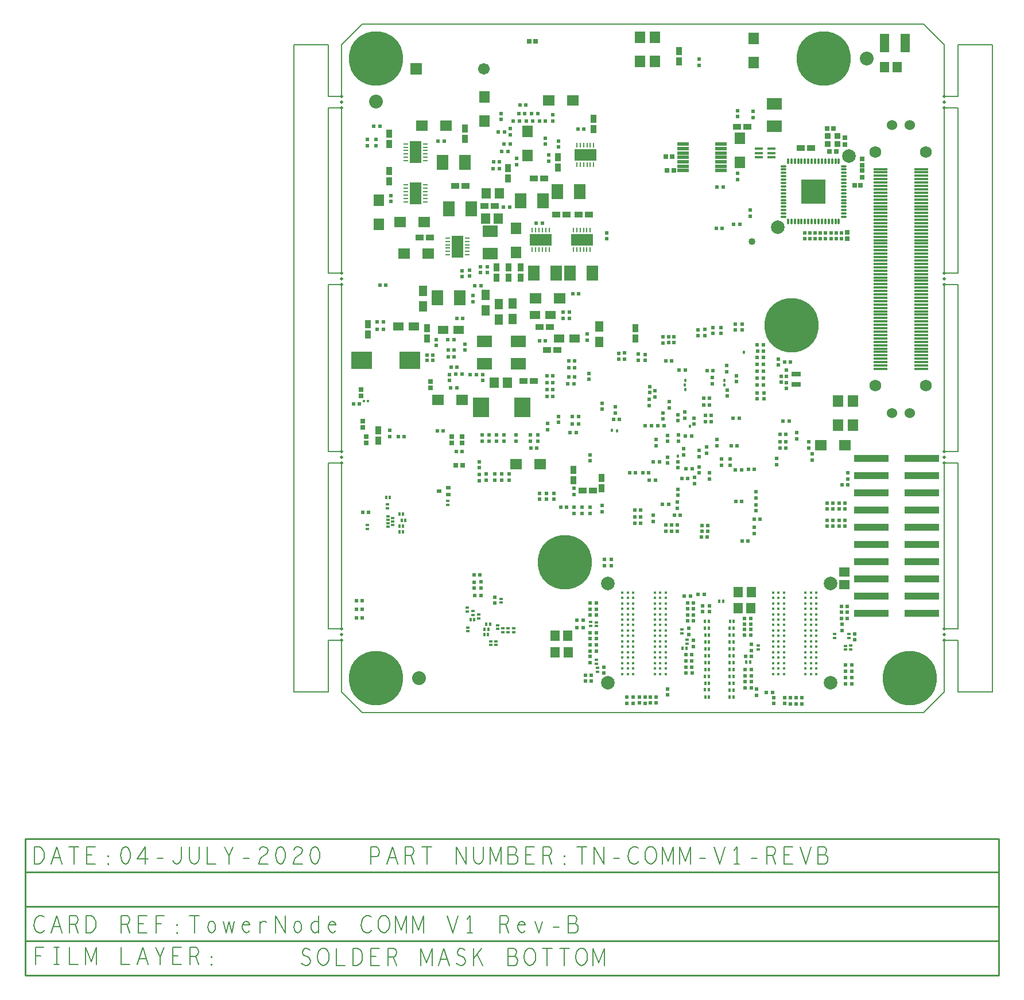
<source format=gbr>
G04 ================== begin FILE IDENTIFICATION RECORD ==================*
G04 Layout Name:  E:/CAD/CAD/FACEBOOK/COM V1/WORK/22-12-20/COM_V1_P2_21-12-2020_4.brd*
G04 Film Name:    COM_V1_P2-MB.gbr*
G04 File Format:  Gerber RS274X*
G04 File Origin:  Cadence Allegro 16.6-2015-S108*
G04 Origin Date:  Fri Dec 25 11:50:57 2020*
G04 *
G04 Layer:  PIN/SOLDERMASK_BOTTOM*
G04 Layer:  PACKAGE GEOMETRY/SOLDERMASK_BOTTOM*
G04 Layer:  DRAWING FORMAT/FILM_LABEL_OUTLINE*
G04 Layer:  BOARD GEOMETRY/OUTLINE*
G04 Layer:  BOARD GEOMETRY/TOOLING_CORNERS*
G04 Layer:  BOARD GEOMETRY/SOLDERMASK_BOTTOM*
G04 *
G04 Offset:    (0.000 0.000)*
G04 Mirror:    No*
G04 Mode:      Positive*
G04 Rotation:  0*
G04 FullContactRelief:  No*
G04 UndefLineWidth:     6.000*
G04 ================== end FILE IDENTIFICATION RECORD ====================*
%FSLAX55Y55*MOIN*%
%IR0*IPPOS*OFA0.00000B0.00000*MIA0B0*SFA1.00000B1.00000*%
%ADD43R,.068992X.01978*%
%ADD56R,.055X.11*%
%ADD34R,.13X.067*%
%ADD32R,.067X.13*%
%ADD45R,.2X.038583*%
%ADD54R,.1417X.1417*%
%ADD10C,.314961*%
%ADD22R,.094488X.114173*%
%ADD23R,.12X.1*%
%ADD31R,.027X.011*%
%ADD25R,.06X.05*%
%ADD33R,.011X.027*%
%ADD24R,.05X.06*%
%ADD17R,.022X.017*%
%ADD16R,.017X.022*%
%ADD15R,.07X.06*%
%ADD50R,.05X.017*%
%ADD37R,.06X.07*%
%ADD51R,.037X.033*%
%ADD26R,.045X.035*%
%ADD55C,.04*%
%ADD53O,.0335X.0118*%
%ADD27R,.035X.045*%
%ADD52O,.0118X.0335*%
%ADD19R,.09X.065*%
%ADD44R,.064X.056*%
%ADD20R,.065X.09*%
%ADD21R,.056X.064*%
%ADD11C,.08*%
%ADD41C,.018*%
%ADD12R,.02X.02*%
%ADD35C,.067*%
%ADD29R,.0278X.02505*%
%ADD49C,.06811*%
%ADD30R,.02505X.0278*%
%ADD48C,.060236*%
%ADD42R,.028X.028*%
%ADD36R,.067X.067*%
%ADD38R,.0295X.0295*%
%ADD39C,.015748*%
%ADD14R,.024803X.014961*%
%ADD40C,.07874*%
%ADD18C,.019685*%
%ADD13R,.025197X.020866*%
%ADD46R,.055118X.027559*%
%ADD28R,.016929X.016929*%
%ADD47R,.079921X.016929*%
%ADD57C,.005*%
%ADD58C,.006*%
%ADD59C,.01*%
G75*
%LPD*%
G75*
G54D10*
X20000Y20000D03*
Y380000D03*
X129724Y87175D03*
X330000Y20000D03*
X261404Y224970D03*
X279850Y380000D03*
G54D11*
X45000Y20000D03*
X20000Y355000D03*
X304934Y380098D03*
G54D20*
X55538Y240976D03*
X68530D03*
X111538Y255176D03*
X71530Y319676D03*
X58538D03*
X75130Y292576D03*
X62138D03*
X104038Y297176D03*
X124530Y255176D03*
X132738D03*
X145730D03*
X125238Y302776D03*
X138230D03*
X117030Y297176D03*
G54D30*
X70209Y143608D03*
X66391D03*
X188950Y314856D03*
X192768D03*
X281861Y339370D03*
X285679D03*
X287215Y326088D03*
X283397D03*
G54D12*
X12126Y116129D03*
X15626D03*
X89018Y67048D03*
Y63548D03*
X76747Y72258D03*
Y75758D03*
X80279Y79986D03*
X76779D03*
X80861Y68088D03*
X77361D03*
X81008Y72292D03*
Y75792D03*
X79923Y142220D03*
X92930Y138517D03*
Y135017D03*
X88788Y138542D03*
Y135042D03*
X79924Y134678D03*
Y138178D03*
X97123Y135028D03*
Y138528D03*
X83930Y135036D03*
Y138536D03*
X8555Y54981D03*
X12055D03*
X8495Y64959D03*
X11995D03*
X8510Y59989D03*
X12010D03*
X27931Y163939D03*
Y160439D03*
X81469Y161148D03*
Y157648D03*
X55444Y163484D03*
X58944D03*
X36323Y160401D03*
X32823D03*
X63316Y188461D03*
X66816D03*
X113960Y161279D03*
Y157779D03*
X101230Y157692D03*
Y161192D03*
X109514Y157771D03*
Y161271D03*
X113316Y153623D03*
X109816D03*
X79923Y145720D03*
X89897Y161149D03*
Y157649D03*
X85724Y157637D03*
Y161137D03*
X53008Y204515D03*
X49508D03*
X62476Y192805D03*
Y196305D03*
X61856Y206696D03*
X65356D03*
X81917Y192842D03*
Y196342D03*
X71709Y210588D03*
Y214088D03*
X49456Y207547D03*
X52956D03*
X78104Y196359D03*
X74604D03*
X69862Y196537D03*
X66362D03*
X63493Y200720D03*
X66993D03*
X65362Y210786D03*
X61862D03*
X22208Y248271D03*
X25708D03*
X20677Y222786D03*
X24177D03*
X24182Y226979D03*
X20682D03*
X55002Y216689D03*
Y213189D03*
X77333Y247952D03*
X80833D03*
X65227Y216693D03*
X61727D03*
X66816Y229119D03*
X70316D03*
X70061Y253278D03*
Y256778D03*
X74234Y256976D03*
Y253476D03*
X84434Y258976D03*
Y255476D03*
X80434Y258976D03*
Y255476D03*
X76334Y242276D03*
Y238776D03*
X94084Y161138D03*
Y157638D03*
X10328Y179317D03*
X6828D03*
X66446Y151674D03*
X69946D03*
X93973Y293769D03*
X97473D03*
X59530Y331912D03*
X56030D03*
X110327Y347994D03*
X113827D03*
X96532Y326112D03*
X93032D03*
X91551Y315814D03*
X88051D03*
X97884Y335678D03*
Y339178D03*
X94544Y337223D03*
X91044D03*
X97828Y330407D03*
X94328D03*
X92420Y344492D03*
Y347992D03*
X102834Y347976D03*
X106334D03*
X18584Y340676D03*
X22084D03*
X28461Y300292D03*
Y296792D03*
X101734Y321926D03*
Y318426D03*
X99734Y343576D03*
X103234D03*
X113008Y284425D03*
X107002Y353114D03*
X103502D03*
X14969Y329401D03*
Y332901D03*
X19875Y329377D03*
Y332877D03*
X91585Y319938D03*
X88085D03*
X110816Y343631D03*
X107316D03*
X176243Y8923D03*
Y5423D03*
X182500Y9027D03*
Y5527D03*
X165589Y8923D03*
Y5423D03*
X169313Y8923D03*
Y5423D03*
X173037Y8974D03*
Y5474D03*
X179353Y8974D03*
Y5474D03*
X234342Y21437D03*
X141522Y21515D03*
X145022D03*
X141502Y18406D03*
X145002D03*
X203483Y22854D03*
X199983D03*
X234342Y14347D03*
Y17838D03*
X189315Y10132D03*
Y13632D03*
X134832Y130229D03*
Y126729D03*
X144134Y119176D03*
Y115676D03*
X232460Y99505D03*
X212396Y102114D03*
X208897D03*
X212651Y108475D03*
X209151D03*
X212651Y105320D03*
X209151D03*
X204801Y132956D03*
Y136456D03*
X232334Y122476D03*
X228834D03*
X178334Y139376D03*
X174834D03*
X167234Y139276D03*
X170734D03*
X200034Y141776D03*
X203534D03*
X213444Y135660D03*
Y139160D03*
X195334Y142276D03*
X207534Y142676D03*
Y139176D03*
X194934Y118776D03*
Y122276D03*
X201034Y136076D03*
X197534D03*
X178634Y134876D03*
X182134D03*
X195334Y129776D03*
Y126276D03*
X151134Y116676D03*
Y120176D03*
X203406Y26435D03*
X199906D03*
X203406Y33754D03*
X199906D03*
X203406Y30016D03*
X199906D03*
X144315Y42898D03*
X147815D03*
X144315Y39408D03*
X147815D03*
X144315Y46389D03*
X147815D03*
X144315Y35698D03*
X147815D03*
X204404Y53274D03*
X200904D03*
X144315Y56573D03*
X147815D03*
X233982Y54464D03*
X233930Y48142D03*
X234342Y24928D03*
X233930Y44956D03*
Y51329D03*
X144315Y60038D03*
X147815D03*
X144315Y63658D03*
X147815D03*
X202519Y67786D03*
X199019D03*
X204404Y63707D03*
X200904D03*
X204404Y60204D03*
X200904D03*
X204404Y56661D03*
X200904D03*
X189843Y121028D03*
X186343D03*
X139432Y115650D03*
Y119150D03*
X134932Y119173D03*
Y115673D03*
X173709Y110056D03*
Y113556D03*
X170209Y110056D03*
Y113556D03*
X188137Y108796D03*
X191637D03*
X188163Y105301D03*
X191663D03*
X180934Y111076D03*
Y114576D03*
X173709Y117486D03*
X170209D03*
X194925Y108810D03*
Y105310D03*
X193104Y114776D03*
X196604D03*
X156682Y85320D03*
Y88820D03*
X152523Y85328D03*
Y88828D03*
X136638Y49415D03*
X140138D03*
X140127Y53676D03*
X136627D03*
X144167Y28980D03*
Y32480D03*
X152309Y22903D03*
Y26403D03*
X201451Y48893D03*
Y45393D03*
X204381Y41872D03*
Y38372D03*
X234449Y32671D03*
X127154Y119177D03*
X130654D03*
X232234Y141104D03*
X228734D03*
X118988Y123839D03*
Y127339D03*
X114830Y123856D03*
Y127356D03*
X123165Y123895D03*
Y127395D03*
X206925Y68689D03*
X210425D03*
X213474Y58588D03*
Y62088D03*
X209734Y58588D03*
Y62088D03*
X119234Y183576D03*
X122734D03*
X133934Y171876D03*
X137434D03*
X144334Y149676D03*
Y146176D03*
X132634Y162776D03*
X136134D03*
X119234Y187576D03*
X122734D03*
X119234Y191576D03*
X122734D03*
X176365Y166566D03*
X179865D03*
X190334Y180476D03*
Y176976D03*
X189134Y157576D03*
Y161076D03*
X195434Y157776D03*
Y161276D03*
X203134Y160676D03*
X199634D03*
X207734Y148676D03*
Y152176D03*
X211834Y150676D03*
Y154176D03*
X189234Y144876D03*
Y148376D03*
X198734Y149676D03*
Y153176D03*
X214634Y172476D03*
X211134D03*
X186434Y170576D03*
Y174076D03*
X204634Y167476D03*
Y170976D03*
X210134Y178576D03*
X213634D03*
X187234Y166576D03*
X183734D03*
X214634Y168976D03*
X211134D03*
X210134Y182576D03*
X213634D03*
X184434Y145476D03*
X180934D03*
X182734Y158576D03*
Y155076D03*
X195134Y169576D03*
Y173076D03*
X199134Y171076D03*
Y174576D03*
X158834Y174076D03*
Y177576D03*
X178834Y189376D03*
Y185876D03*
X225734Y147176D03*
Y143676D03*
X195334Y145776D03*
X220534Y147176D03*
Y143676D03*
X157858Y170287D03*
X161358D03*
X151234Y176176D03*
Y179676D03*
X119418Y164310D03*
Y167810D03*
X133940Y167668D03*
X137440D03*
X217916Y158479D03*
Y154979D03*
X224034Y183905D03*
Y187405D03*
X215134Y190974D03*
Y194474D03*
X181917Y186843D03*
Y183343D03*
X178534Y181876D03*
Y178376D03*
X125884Y172106D03*
Y168606D03*
X134849Y190882D03*
X131349D03*
X227289Y170859D03*
X230789D03*
X229717Y155082D03*
X226217D03*
X119234Y195576D03*
X122734D03*
X229180Y192264D03*
Y195764D03*
X199436Y199070D03*
X195936D03*
X176134Y208111D03*
Y204611D03*
X172307Y208162D03*
Y204662D03*
X164152Y205321D03*
Y208821D03*
X160863Y205218D03*
Y208718D03*
X223534Y201596D03*
Y198096D03*
X212234Y198476D03*
X215734D03*
X188229Y204250D03*
X191729D03*
X135366Y194995D03*
X131866D03*
X135388Y204194D03*
X131888D03*
X135388Y200208D03*
X131888D03*
X128734Y232598D03*
X132234D03*
X142716Y216432D03*
Y219932D03*
X134234Y243376D03*
X137734D03*
X186434Y218276D03*
Y214776D03*
X132241Y228994D03*
X128741D03*
X228434Y225626D03*
Y222126D03*
X232434Y225626D03*
Y222126D03*
X220184Y223696D03*
Y220196D03*
X210934Y222471D03*
Y218971D03*
X215634Y223676D03*
Y220176D03*
X207029Y222376D03*
Y218876D03*
X189845Y214931D03*
Y218431D03*
X193054Y214931D03*
Y218431D03*
X114882Y216051D03*
X118382D03*
X143598Y193502D03*
Y197002D03*
X120375Y320314D03*
Y323814D03*
X231086Y283526D03*
X227586D03*
X207580Y376082D03*
Y379582D03*
X230018Y309712D03*
Y313212D03*
X118380Y333680D03*
Y330180D03*
X125927Y328457D03*
Y331957D03*
X217551Y281254D03*
X221051D03*
X229834Y346176D03*
Y349676D03*
X154034Y275126D03*
Y278626D03*
X140734Y338976D03*
X137234D03*
X122418Y347191D03*
Y343691D03*
X118324Y343648D03*
X114824D03*
X217993Y305214D03*
X221493D03*
X116508Y284425D03*
X257284Y8665D03*
Y5165D03*
X260542Y8613D03*
Y5113D03*
X264008Y8613D03*
Y5113D03*
X267369Y8561D03*
Y5061D03*
X250819Y8665D03*
Y5165D03*
X240954Y9974D03*
Y13474D03*
X296090Y16657D03*
X292590D03*
X296090Y20365D03*
X292590D03*
X237842Y21437D03*
Y14347D03*
Y17838D03*
X250220Y11556D03*
X246720D03*
X242934Y112176D03*
X239434D03*
X240434Y128176D03*
Y124676D03*
Y120676D03*
Y117176D03*
X235960Y99505D03*
X296090Y24010D03*
X292590D03*
X296110Y27532D03*
X292610D03*
X293623Y54702D03*
X290123D03*
X293623Y58128D03*
X290123D03*
X293623Y61476D03*
X290123D03*
X237482Y54464D03*
X237430Y48142D03*
X237842Y24928D03*
X237430Y44956D03*
Y51329D03*
X239538Y107540D03*
Y104040D03*
X237996Y39564D03*
Y36064D03*
X237949Y32671D03*
X290433Y51182D03*
Y47682D03*
X298023Y45659D03*
Y42159D03*
X288924Y108120D03*
Y111620D03*
X285230Y108120D03*
Y111620D03*
X292298Y108120D03*
Y111620D03*
Y118211D03*
Y121711D03*
X281752Y108120D03*
Y111620D03*
X288924Y118211D03*
Y121711D03*
X281752Y118211D03*
Y121711D03*
X285230Y118211D03*
Y121711D03*
X239610Y141293D03*
X236110D03*
X294001Y132350D03*
X290501D03*
X293998Y139136D03*
Y135636D03*
X258034Y161476D03*
X254534D03*
X254434Y157376D03*
X257934D03*
X258234Y188276D03*
Y191776D03*
X245234Y185676D03*
Y182176D03*
X241234Y185676D03*
Y182176D03*
X241334Y190176D03*
X244834D03*
X254468Y153720D03*
X257968D03*
X255129Y195291D03*
Y191791D03*
X273305Y150124D03*
Y146624D03*
X264149Y162501D03*
Y159001D03*
X271399Y153734D03*
Y157234D03*
X252674Y147480D03*
Y143980D03*
X253656Y205433D03*
Y201933D03*
X258234Y198876D03*
Y195376D03*
X244834Y206176D03*
X241334D03*
X244834Y198176D03*
X241334D03*
X244834Y202176D03*
X241334D03*
X244834Y194176D03*
X241334D03*
X260702Y203722D03*
X257202D03*
X244991Y209821D03*
X241491D03*
X244910Y213502D03*
X241410D03*
X256402Y169231D03*
X259902D03*
X239028Y349281D03*
Y345781D03*
X284146Y275284D03*
Y278784D03*
X274930Y275284D03*
Y278784D03*
X278008D03*
Y275284D03*
X268866Y278784D03*
Y275284D03*
X281069Y278784D03*
Y275284D03*
X287240D03*
Y278784D03*
X271886D03*
Y275284D03*
X290289D03*
Y278784D03*
X237405Y288342D03*
Y291842D03*
G54D21*
X88719Y191671D03*
X96199D03*
X90914Y286878D03*
X83434D03*
X91414Y301676D03*
X83934D03*
X131330Y44769D03*
X123849D03*
X131433Y35046D03*
X123953D03*
X230220Y60764D03*
X230335Y70008D03*
X237700Y60764D03*
X237816Y70008D03*
X322622Y374916D03*
X315142D03*
G54D13*
X56639Y128685D03*
X61757Y126717D03*
Y130654D03*
G54D40*
X154663Y17295D03*
Y74851D03*
X283971Y17295D03*
Y74851D03*
X253257Y281968D03*
X294677Y323388D03*
G54D31*
X37093Y328429D03*
X48575D03*
Y326460D03*
X37093Y324492D03*
Y322522D03*
Y320555D03*
X48575D03*
Y322522D03*
Y324492D03*
X37093Y330396D03*
X48575D03*
X37093Y326460D03*
Y304529D03*
X48575D03*
Y302560D03*
X37093Y300592D03*
Y298622D03*
Y296655D03*
X48575D03*
Y298622D03*
Y300592D03*
X37093Y306497D03*
X48575D03*
X37093Y302560D03*
X61493Y273729D03*
X72975D03*
Y271760D03*
X61493Y269792D03*
Y267822D03*
Y265855D03*
X72975D03*
Y267822D03*
Y269792D03*
X61493Y275696D03*
X72975D03*
X61493Y271760D03*
G54D22*
X81034Y177376D03*
X105050D03*
G54D14*
X26820Y109871D03*
X29576Y108887D03*
Y110855D03*
Y112824D03*
X26820Y113808D03*
Y111839D03*
Y107902D03*
G54D41*
X195334Y148900D03*
X202134Y166276D03*
X157034Y163948D03*
X159834Y163676D03*
X199434Y187476D03*
X199297Y190239D03*
X222334Y190276D03*
X199422Y193063D03*
X222334Y193076D03*
X233567Y209376D03*
G54D50*
X249644Y327662D03*
X242144Y322562D03*
X249644Y325112D03*
X242144D03*
Y327662D03*
X249644Y322562D03*
G54D23*
X11446Y204736D03*
X39446D03*
G54D32*
X42834Y325476D03*
Y301576D03*
X67234Y270776D03*
G54D42*
X188224Y322917D03*
X192014D03*
G54D51*
X282328Y334851D03*
Y330323D03*
X288036Y334851D03*
Y330323D03*
G54D15*
X115402Y144213D03*
X101402D03*
X55944Y181608D03*
X69944D03*
X112576Y240484D03*
X60427Y341060D03*
X46427D03*
X47991Y284819D03*
X33991D03*
X36271Y266664D03*
X50271D03*
X126576Y240484D03*
X120285Y355532D03*
X134285D03*
X292172Y155450D03*
X278172D03*
G54D24*
X99374Y228586D03*
Y237586D03*
X83730Y233618D03*
Y242618D03*
X91327Y237400D03*
Y228400D03*
X47188Y235886D03*
Y244886D03*
X149501Y215306D03*
Y224306D03*
G54D33*
X112581Y280416D03*
X110613D03*
Y268935D03*
X112581D03*
X142387Y280416D03*
Y268935D03*
X140418D03*
X138450Y280416D03*
X136481D03*
X134513D03*
Y268935D03*
X136481D03*
X138450D03*
X144355Y280416D03*
Y268935D03*
X140418Y280416D03*
X144387Y329616D03*
Y318135D03*
X142418D03*
X140450Y329616D03*
X138481D03*
X136513D03*
Y318135D03*
X138481D03*
X140450D03*
X146355Y329616D03*
Y318135D03*
X142418Y329616D03*
X118487Y280416D03*
Y268935D03*
X116518D03*
X114550Y280416D03*
Y268935D03*
X120455Y280416D03*
Y268935D03*
X116518Y280416D03*
G54D52*
X282827Y320198D03*
X284797D03*
X274947D03*
X271017Y285158D03*
Y320198D03*
X286767D03*
X269047D03*
X276917D03*
X269047Y285158D03*
X265107Y320198D03*
X261167D03*
X263137D03*
X288727D03*
X259207Y285158D03*
X263137D03*
X265107D03*
X267077D03*
X261167D03*
X276917D03*
X274947D03*
X272987D03*
X280857D03*
X278887D03*
X284797D03*
X286767D03*
X280857Y320198D03*
X278887D03*
X259207D03*
X288727Y285158D03*
X282827D03*
X272987Y320198D03*
X267077D03*
G54D16*
X86207Y51336D03*
X84023D03*
X85245Y48372D03*
X83061D03*
X33535Y105020D03*
X35719D03*
X25834Y125012D03*
X28018D03*
X33514Y108256D03*
X35698D03*
X34880Y111682D03*
X37064D03*
X33560Y115288D03*
X35744D03*
X82756Y45432D03*
X84940D03*
X74815Y53847D03*
X76999D03*
X213205Y21040D03*
X211021D03*
X213289Y8949D03*
X211104D03*
X213262Y13168D03*
X211078D03*
X225383Y17076D03*
X227567D03*
X213275Y16996D03*
X211091D03*
X225304Y21004D03*
X227488D03*
X225304Y13042D03*
X227488D03*
X225330Y9088D03*
X227514D03*
X197957Y37283D03*
X200141D03*
X213221Y48959D03*
X211037D03*
X225384Y49092D03*
X227568D03*
X213282Y45044D03*
X211097D03*
X213236Y53037D03*
X211052D03*
X213305Y37038D03*
X211121D03*
X225357Y41041D03*
X227541D03*
X225317Y33080D03*
X227501D03*
X213309Y29059D03*
X211125D03*
X225330Y25060D03*
X227514D03*
X213269Y33046D03*
X211085D03*
X219314Y64489D03*
X221498D03*
X225397Y45084D03*
X227581D03*
X225423Y53117D03*
X227607D03*
X225290Y37047D03*
X227474D03*
X213311Y24985D03*
X211127D03*
X225396Y29098D03*
X227580D03*
X213289Y41108D03*
X211105D03*
X237122Y29318D03*
X234938D03*
G54D25*
X112286Y230978D03*
X67998Y222369D03*
X58998D03*
X41955Y224170D03*
X32955D03*
X121286Y230978D03*
X126223Y217348D03*
X135223D03*
G54D34*
X115534Y274676D03*
X139434D03*
X141434Y323876D03*
G54D43*
X198108Y330172D03*
Y327612D03*
Y317376D03*
X220155Y319935D03*
X198108Y325054D03*
Y319935D03*
X220155Y317376D03*
Y325054D03*
X198108Y314817D03*
X220155Y322494D03*
X198108D03*
X220155Y314817D03*
Y327612D03*
Y330172D03*
G54D35*
X82620Y373837D03*
G54D44*
X291989Y74290D03*
Y81770D03*
G54D53*
X291487Y287918D03*
Y313508D03*
X256447Y307598D03*
X291487Y303658D03*
Y297758D03*
X256447Y317438D03*
X291487Y295788D03*
Y291848D03*
Y293818D03*
Y289878D03*
X256447Y295788D03*
Y293818D03*
Y287918D03*
Y301698D03*
Y299728D03*
Y305628D03*
Y303658D03*
Y297758D03*
X291487Y315478D03*
Y309568D03*
Y305628D03*
Y299728D03*
Y317438D03*
Y311538D03*
Y307598D03*
Y301698D03*
X256447Y313508D03*
Y315478D03*
Y289878D03*
Y311538D03*
Y291848D03*
Y309568D03*
G54D26*
X111734Y192676D03*
X105734D03*
X115034Y223976D03*
X111634Y310376D03*
X65834Y306076D03*
X71834D03*
X51290Y275832D03*
X45290D03*
X88934Y294276D03*
X82934D03*
X140034Y129076D03*
X146034D03*
X125241Y210758D03*
X119241D03*
X121034Y223976D03*
X143434Y289376D03*
X137434D03*
X124634D03*
X130634D03*
X229434Y340376D03*
X235434D03*
X117634Y310376D03*
X272708Y327998D03*
X266708D03*
G54D17*
X26509Y118650D03*
Y120834D03*
X61628Y122897D03*
Y120713D03*
X76270Y56634D03*
Y58818D03*
X89504Y41388D03*
Y39204D03*
X14961Y108818D03*
Y106634D03*
X73351Y49374D03*
Y47190D03*
X96585Y48808D03*
Y46624D03*
X79685Y54724D03*
Y56908D03*
X90567Y50732D03*
Y48548D03*
X92731Y63874D03*
Y66059D03*
X99865Y48808D03*
Y46624D03*
X72853Y58637D03*
Y60821D03*
X86631Y41411D03*
Y39227D03*
X93530Y48831D03*
Y46647D03*
X147757Y52344D03*
Y50160D03*
X144467Y50330D03*
Y52514D03*
X148560Y23674D03*
Y25858D03*
X147781Y28319D03*
Y30504D03*
X197618Y48191D03*
Y46007D03*
X200648Y42212D03*
Y40028D03*
X292464Y38763D03*
Y36579D03*
X295696Y36605D03*
Y38789D03*
X241902Y38852D03*
Y36668D03*
X286273Y43353D03*
Y45537D03*
X294416Y45632D03*
Y43447D03*
G54D18*
X0Y42000D03*
Y45350D03*
Y48700D03*
Y144800D03*
Y148150D03*
Y151500D03*
Y255200D03*
Y251850D03*
Y248500D03*
Y351300D03*
Y354650D03*
Y358000D03*
X350000Y42000D03*
Y45350D03*
Y48700D03*
Y144800D03*
Y148150D03*
Y151500D03*
Y255200D03*
Y251850D03*
Y248500D03*
Y358000D03*
Y354650D03*
Y351300D03*
G54D36*
X43250Y373837D03*
G54D27*
X21331Y157939D03*
Y163939D03*
X96934Y258576D03*
Y252576D03*
X104034Y258576D03*
Y252576D03*
X90028Y258673D03*
Y252673D03*
X49610Y223310D03*
Y217310D03*
X15288Y219760D03*
Y225760D03*
X27634Y330276D03*
Y336276D03*
X27534Y308476D03*
Y314476D03*
X71534Y339276D03*
Y333276D03*
X96492Y310409D03*
Y316409D03*
X150913Y136157D03*
Y130157D03*
X134634Y140976D03*
Y134976D03*
X170486Y217396D03*
Y223396D03*
X125534Y322676D03*
Y316676D03*
X146234Y338876D03*
Y344876D03*
X195799Y378315D03*
Y384315D03*
G54D54*
X273967Y302678D03*
G54D45*
X336939Y57558D03*
Y67558D03*
Y77558D03*
Y87558D03*
Y97558D03*
Y107558D03*
Y117558D03*
Y127558D03*
Y137558D03*
X307451D03*
Y127558D03*
Y117558D03*
Y107558D03*
Y97558D03*
Y87558D03*
Y77558D03*
Y67558D03*
Y57558D03*
X336939Y147558D03*
X307451D03*
G54D28*
X15329Y180964D03*
X12967D03*
G54D46*
X264034Y196628D03*
Y190723D03*
G54D19*
X102534Y202580D03*
Y215572D03*
X82834Y202580D03*
Y215572D03*
X86291Y279516D03*
Y266524D03*
X251234Y340480D03*
Y353472D03*
G54D55*
X238382Y273544D03*
G54D37*
X101245Y267127D03*
Y281127D03*
X108062Y337619D03*
Y323619D03*
X82909Y357690D03*
Y343690D03*
X21515Y297506D03*
Y283506D03*
X231110Y319752D03*
Y333752D03*
X173114Y378303D03*
X181875Y378255D03*
X173114Y392303D03*
X181875Y392255D03*
X297025Y167069D03*
Y181069D03*
X288186Y167069D03*
Y181069D03*
X239308Y377671D03*
Y391671D03*
G54D47*
X336470Y203568D03*
Y201600D03*
Y199631D03*
Y207505D03*
Y205537D03*
X312848Y199631D03*
Y201600D03*
Y203568D03*
Y205537D03*
Y207505D03*
Y209474D03*
Y211442D03*
Y213411D03*
Y215379D03*
Y217348D03*
Y219316D03*
Y221285D03*
Y223253D03*
Y225222D03*
Y227190D03*
Y229159D03*
Y231127D03*
Y233096D03*
Y235064D03*
Y237033D03*
Y239001D03*
Y240970D03*
Y242938D03*
Y244907D03*
Y246875D03*
Y248844D03*
Y250812D03*
Y252781D03*
Y254749D03*
Y256718D03*
Y258686D03*
Y260655D03*
Y262623D03*
X336470D03*
Y260655D03*
Y258686D03*
Y256718D03*
Y254749D03*
Y252781D03*
Y250812D03*
Y248844D03*
Y246875D03*
Y244907D03*
Y242938D03*
Y240970D03*
Y239001D03*
Y237033D03*
Y235064D03*
Y233096D03*
Y231127D03*
Y229159D03*
Y227190D03*
Y225222D03*
Y223253D03*
Y221285D03*
Y219316D03*
Y217348D03*
Y215379D03*
Y213411D03*
Y211442D03*
Y209474D03*
Y311836D03*
Y309867D03*
Y307899D03*
Y315773D03*
Y313804D03*
X312848Y307899D03*
Y309867D03*
Y311836D03*
Y313804D03*
Y315773D03*
Y264592D03*
Y266560D03*
Y268529D03*
Y270497D03*
Y272466D03*
Y274434D03*
Y276403D03*
Y278371D03*
Y280340D03*
Y282308D03*
Y284277D03*
Y286245D03*
Y288214D03*
Y290182D03*
Y292151D03*
Y294119D03*
Y296088D03*
Y298056D03*
Y300025D03*
Y301993D03*
Y303962D03*
Y305930D03*
X336470D03*
Y303962D03*
Y301993D03*
Y300025D03*
Y298056D03*
Y296088D03*
Y294119D03*
Y292151D03*
Y290182D03*
Y288214D03*
Y286245D03*
Y284277D03*
Y282308D03*
Y280340D03*
Y278371D03*
Y276403D03*
Y274434D03*
Y272466D03*
Y270497D03*
Y268529D03*
Y266560D03*
Y264592D03*
G54D38*
X112616Y389939D03*
X109076D03*
X301315Y306253D03*
X297774D03*
G54D29*
X12353Y169292D03*
Y165474D03*
X14142Y160419D03*
Y156601D03*
X51597Y188514D03*
Y192332D03*
X11229Y183870D03*
Y187688D03*
X69938Y160371D03*
Y156553D03*
X63788Y160370D03*
Y156552D03*
X292406Y330084D03*
Y333902D03*
X293597Y278943D03*
Y275125D03*
X302103Y321614D03*
Y317796D03*
Y311045D03*
Y314863D03*
G54D56*
X327342Y388840D03*
X315142D03*
G54D57*
G01X-27874Y388000D02*
Y12000D01*
G01D02*
X-7874D01*
G01Y42000D02*
Y12000D01*
G01Y42000D02*
X0D01*
G01X-7874Y48700D02*
X0D01*
G01X-7874Y144800D02*
Y48700D01*
G01Y248500D02*
X0D01*
G01X-7874Y255200D02*
X0D01*
G01X-7874Y151500D02*
X0D01*
G01X-7874Y144800D02*
X0D01*
G01X-7874Y248500D02*
Y151500D01*
G01Y351300D02*
Y255200D01*
G01Y388000D02*
Y358000D01*
G01D02*
X0D01*
G01X-7874Y351300D02*
X0D01*
G01X-27874Y388000D02*
X-7874D01*
G01X12000Y0D02*
X0Y12000D01*
G01X12000Y0D02*
X338000D01*
G01X0Y42000D02*
Y12000D01*
G01Y144800D02*
Y48700D01*
G01Y351300D02*
Y255200D01*
G01Y248500D02*
Y151500D01*
G01Y388000D02*
Y358000D01*
G01Y388000D02*
X12000Y400000D01*
G01X338000D02*
X12000D01*
G01X350000Y12000D02*
X338000Y0D01*
G01X350000Y12000D02*
Y42000D01*
G01Y48700D02*
X357874D01*
G01X350000Y42000D02*
X357874D01*
G01X350000Y48700D02*
Y144800D01*
G01Y255200D02*
X357874D01*
G01X350000Y248500D02*
X357874D01*
G01X350000Y144800D02*
X357874D01*
G01X350000Y151500D02*
X357874D01*
G01X350000D02*
Y248500D01*
G01Y255200D02*
Y351300D01*
G01D02*
X357874D01*
G01X350000Y358000D02*
X357874D01*
G01X350000D02*
Y388000D01*
G01X338000Y400000D02*
X350000Y388000D01*
G01X377874Y12000D02*
Y388000D01*
G01X357874Y12000D02*
Y42000D01*
G01Y12000D02*
X377874D01*
G01X357874Y48700D02*
Y144800D01*
G01Y151500D02*
Y248500D01*
G01Y255200D02*
Y351300D01*
G01Y358000D02*
Y388000D01*
G01D02*
X377874D01*
G54D39*
X188165Y22451D03*
X162968D03*
X185015D03*
X166118D03*
X169267D03*
X181866D03*
X166118Y38199D03*
X181866D03*
X162968Y50797D03*
Y53947D03*
X166118Y57096D03*
Y60246D03*
X162968Y66545D03*
X188165Y50797D03*
X185015Y57096D03*
X188165Y60246D03*
Y66545D03*
X166118Y44498D03*
Y50797D03*
X162968Y69695D03*
X188165Y28750D03*
Y35049D03*
X185015Y44498D03*
X188165Y57096D03*
X162968Y28750D03*
Y35049D03*
X181866Y66545D03*
X188165Y47648D03*
X166118Y35049D03*
X162968Y47648D03*
Y57096D03*
Y63396D03*
X166118Y69695D03*
X185015Y47648D03*
X188165Y53947D03*
X185015Y60246D03*
X188165Y63396D03*
Y69695D03*
X162968Y25600D03*
Y31900D03*
X166118Y41348D03*
X169267Y50797D03*
X162968Y60246D03*
X188165Y25600D03*
Y31900D03*
X185015Y41348D03*
Y66545D03*
X181866Y44498D03*
X188165Y41348D03*
X169267Y35049D03*
X162968Y38199D03*
Y44498D03*
X188165Y38199D03*
Y44498D03*
X181866Y69695D03*
X166118Y66545D03*
X185015Y69695D03*
X169267D03*
X185015Y63396D03*
X166118D03*
X181866D03*
X169267Y60246D03*
Y66545D03*
Y63396D03*
X181866Y50797D03*
Y53947D03*
X169267Y47648D03*
X185015Y50797D03*
X166118Y47648D03*
X181866D03*
X166118Y53947D03*
X185015D03*
X169267D03*
X181866Y57096D03*
Y60246D03*
X169267Y57096D03*
X185015Y38199D03*
X169267Y41348D03*
X162968D03*
X169267Y44498D03*
X181866Y41348D03*
Y35049D03*
X166118Y31900D03*
X185015Y35049D03*
X181866Y25600D03*
X185015D03*
X166118D03*
X185015Y28750D03*
X166118D03*
X185015Y31900D03*
X181866Y28750D03*
X169267Y31900D03*
Y25600D03*
Y38199D03*
Y28750D03*
X181866Y31900D03*
X275666Y22451D03*
X250469D03*
X272516D03*
X253618D03*
X256768D03*
X269366D03*
X253618Y38199D03*
X269366D03*
X250469Y50797D03*
Y53947D03*
X253618Y57096D03*
Y60246D03*
X250469Y66545D03*
X275666Y50797D03*
X272516Y57096D03*
X275666Y60246D03*
Y66545D03*
X253618Y44498D03*
Y50797D03*
X250469Y69695D03*
X275666Y28750D03*
Y35049D03*
X272516Y44498D03*
X275666Y57096D03*
X250469Y28750D03*
Y35049D03*
X269366Y66545D03*
X275666Y47648D03*
X253618Y35049D03*
X250469Y47648D03*
Y57096D03*
Y63396D03*
X253618Y69695D03*
X272516Y47648D03*
X275666Y53947D03*
X272516Y60246D03*
X275666Y63396D03*
Y69695D03*
X250469Y25600D03*
Y31900D03*
X253618Y41348D03*
X256768Y50797D03*
X250469Y60246D03*
X275666Y25600D03*
Y31900D03*
X272516Y41348D03*
Y66545D03*
X269366Y44498D03*
X275666Y41348D03*
X256768Y35049D03*
X250469Y38199D03*
Y44498D03*
X275666Y38199D03*
Y44498D03*
X269366Y69695D03*
X253618Y66545D03*
X272516Y69695D03*
X256768D03*
X272516Y63396D03*
X253618D03*
X269366D03*
X256768Y60246D03*
Y66545D03*
Y63396D03*
X269366Y50797D03*
Y53947D03*
X256768Y47648D03*
X272516Y50797D03*
X253618Y47648D03*
X269366D03*
X253618Y53947D03*
X272516D03*
X256768D03*
X269366Y57096D03*
Y60246D03*
X256768Y57096D03*
X272516Y38199D03*
X256768Y41348D03*
X250469D03*
X256768Y44498D03*
X269366Y41348D03*
Y35049D03*
X253618Y31900D03*
X272516Y35049D03*
X269366Y25600D03*
X272516D03*
X253618D03*
X272516Y28750D03*
X253618D03*
X272516Y31900D03*
X269366Y28750D03*
X256768Y31900D03*
Y25600D03*
Y38199D03*
Y28750D03*
X269366Y31900D03*
G54D48*
X329777Y174041D03*
X319541D03*
X329777Y341363D03*
X319541D03*
G54D58*
G01X-172757Y-118840D02*
X-173507Y-118340D01*
X-174382Y-118007D01*
X-175382D01*
X-176507Y-118507D01*
X-177382Y-119340D01*
X-178007Y-120340D01*
X-178507Y-122007D01*
X-178632Y-123507D01*
X-178382Y-125007D01*
X-178007Y-126007D01*
X-177257Y-127007D01*
X-176382Y-127674D01*
X-175507Y-128007D01*
X-174632D01*
X-173757Y-127674D01*
X-173007Y-127174D01*
X-172382Y-126507D01*
G01X-168632Y-128007D02*
X-165507Y-118007D01*
X-162382Y-128007D01*
G01X-163507Y-124507D02*
X-167507D01*
G01X-158007Y-128007D02*
Y-118007D01*
X-154882D01*
X-153882Y-118507D01*
X-153257Y-119174D01*
X-153007Y-120507D01*
X-153257Y-121840D01*
X-154007Y-122673D01*
X-154882Y-123174D01*
X-158007D01*
G01X-154882D02*
X-153007Y-128007D01*
G01X-148257D02*
Y-118007D01*
X-145757D01*
X-144757Y-118507D01*
X-144007Y-119174D01*
X-143382Y-120173D01*
X-142882Y-121340D01*
X-142757Y-123007D01*
X-142882Y-124674D01*
X-143382Y-125840D01*
X-144007Y-126840D01*
X-144757Y-127507D01*
X-145757Y-128007D01*
X-148257D01*
G01X-128007D02*
Y-118007D01*
X-124882D01*
X-123882Y-118507D01*
X-123257Y-119174D01*
X-123007Y-120507D01*
X-123257Y-121840D01*
X-124007Y-122673D01*
X-124882Y-123174D01*
X-128007D01*
G01X-124882D02*
X-123007Y-128007D01*
G01X-113007D02*
X-118007D01*
Y-118007D01*
X-113007D01*
G01X-115007Y-122840D02*
X-118007D01*
G01X-107882Y-128007D02*
Y-118007D01*
X-103132D01*
G01X-104882Y-122840D02*
X-107882D01*
G01X-95507Y-128340D02*
X-95757Y-128173D01*
Y-127840D01*
X-95507Y-127674D01*
X-95257Y-127840D01*
Y-128173D01*
X-95507Y-128340D01*
G01Y-123840D02*
X-95757Y-123673D01*
Y-123340D01*
X-95507Y-123174D01*
X-95257Y-123340D01*
Y-123673D01*
X-95507Y-123840D01*
G01X-85507Y-118007D02*
Y-128007D01*
G01X-88382Y-118007D02*
X-82632D01*
G01X-75507Y-128007D02*
X-76257Y-127840D01*
X-77007Y-127174D01*
X-77507Y-126007D01*
X-77757Y-124674D01*
X-77507Y-123340D01*
X-77007Y-122174D01*
X-76257Y-121507D01*
X-75507Y-121340D01*
X-74757Y-121507D01*
X-74007Y-122174D01*
X-73507Y-123340D01*
X-73382Y-124674D01*
X-73507Y-126007D01*
X-74007Y-127174D01*
X-74757Y-127840D01*
X-75507Y-128007D01*
G01X-68632Y-121340D02*
X-67132Y-128007D01*
X-65507Y-121340D01*
X-63882Y-128007D01*
X-62382Y-121340D01*
G01X-57382Y-123507D02*
X-53382D01*
X-53757Y-122340D01*
X-54382Y-121674D01*
X-55257Y-121340D01*
X-56132Y-121507D01*
X-56882Y-122007D01*
X-57382Y-123174D01*
X-57632Y-124174D01*
Y-125173D01*
X-57382Y-126174D01*
X-56757Y-127174D01*
X-56007Y-127840D01*
X-55132Y-128007D01*
X-54257Y-127674D01*
X-53382Y-126674D01*
G01X-47257Y-128007D02*
Y-121340D01*
G01Y-122673D02*
X-46632Y-122007D01*
X-46007Y-121507D01*
X-45132Y-121340D01*
X-44507Y-121507D01*
X-43757Y-122007D01*
G01X-38382Y-128007D02*
Y-118007D01*
X-32632Y-128007D01*
Y-118007D01*
G01X-25507Y-128007D02*
X-26257Y-127840D01*
X-27007Y-127174D01*
X-27507Y-126007D01*
X-27757Y-124674D01*
X-27507Y-123340D01*
X-27007Y-122174D01*
X-26257Y-121507D01*
X-25507Y-121340D01*
X-24757Y-121507D01*
X-24007Y-122174D01*
X-23507Y-123340D01*
X-23382Y-124674D01*
X-23507Y-126007D01*
X-24007Y-127174D01*
X-24757Y-127840D01*
X-25507Y-128007D01*
G01X-13257Y-118007D02*
Y-128007D01*
G01Y-126507D02*
X-13757Y-127340D01*
X-14507Y-127840D01*
X-15382Y-128007D01*
X-16382Y-127674D01*
X-17132Y-126840D01*
X-17632Y-125840D01*
X-17757Y-124674D01*
X-17632Y-123507D01*
X-17132Y-122507D01*
X-16382Y-121674D01*
X-15382Y-121340D01*
X-14507Y-121507D01*
X-13882Y-121840D01*
X-13257Y-122507D01*
G01X-7382Y-123507D02*
X-3382D01*
X-3757Y-122340D01*
X-4382Y-121674D01*
X-5257Y-121340D01*
X-6132Y-121507D01*
X-6882Y-122007D01*
X-7382Y-123174D01*
X-7632Y-124174D01*
Y-125173D01*
X-7382Y-126174D01*
X-6757Y-127174D01*
X-6007Y-127840D01*
X-5132Y-128007D01*
X-4257Y-127674D01*
X-3382Y-126674D01*
G01X17243Y-118840D02*
X16493Y-118340D01*
X15618Y-118007D01*
X14618D01*
X13493Y-118507D01*
X12618Y-119340D01*
X11993Y-120340D01*
X11493Y-122007D01*
X11368Y-123507D01*
X11618Y-125007D01*
X11993Y-126007D01*
X12743Y-127007D01*
X13618Y-127674D01*
X14493Y-128007D01*
X15368D01*
X16243Y-127674D01*
X16993Y-127174D01*
X17618Y-126507D01*
G01X24493Y-128007D02*
X23493Y-127840D01*
X22618Y-127174D01*
X21868Y-126174D01*
X21368Y-125007D01*
X21118Y-123673D01*
Y-122340D01*
X21368Y-121007D01*
X21868Y-119840D01*
X22618Y-118840D01*
X23493Y-118173D01*
X24493Y-118007D01*
X25493Y-118173D01*
X26368Y-118840D01*
X27118Y-119840D01*
X27618Y-121007D01*
X27868Y-122340D01*
Y-123673D01*
X27618Y-125007D01*
X27118Y-126174D01*
X26368Y-127174D01*
X25493Y-127840D01*
X24493Y-128007D01*
G01X31243D02*
Y-118007D01*
X34493Y-126340D01*
X37743Y-118007D01*
Y-128007D01*
G01X41243D02*
Y-118007D01*
X44493Y-126340D01*
X47743Y-118007D01*
Y-128007D01*
G01X61368Y-118007D02*
X64493Y-128007D01*
X67618Y-118007D01*
G01X74493Y-128007D02*
Y-118007D01*
X72993Y-120007D01*
G01Y-128007D02*
X75993D01*
G01X91993D02*
Y-118007D01*
X95118D01*
X96118Y-118507D01*
X96743Y-119174D01*
X96993Y-120507D01*
X96743Y-121840D01*
X95993Y-122673D01*
X95118Y-123174D01*
X91993D01*
G01X95118D02*
X96993Y-128007D01*
G01X102618Y-123507D02*
X106618D01*
X106243Y-122340D01*
X105618Y-121674D01*
X104743Y-121340D01*
X103868Y-121507D01*
X103118Y-122007D01*
X102618Y-123174D01*
X102368Y-124174D01*
Y-125173D01*
X102618Y-126174D01*
X103243Y-127174D01*
X103993Y-127840D01*
X104868Y-128007D01*
X105743Y-127674D01*
X106618Y-126674D01*
G01X112243Y-121340D02*
X114493Y-128007D01*
X116743Y-121340D01*
G01X122868Y-124674D02*
X126118D01*
G01X135493Y-122673D02*
X135993Y-122174D01*
X136368Y-121340D01*
X136618Y-120173D01*
X136368Y-119174D01*
X135868Y-118507D01*
X134993Y-118007D01*
X131618D01*
Y-128007D01*
X135743D01*
X136618Y-127340D01*
X137118Y-126340D01*
X137368Y-125173D01*
X137118Y-124007D01*
X136368Y-123007D01*
X135493Y-122673D01*
X131618D01*
G01X-177882Y-146507D02*
Y-136507D01*
X-173132D01*
G01X-174882Y-141340D02*
X-177882D01*
G01X-167007Y-136507D02*
X-164007D01*
G01X-165507D02*
Y-146507D01*
G01X-167007D02*
X-164007D01*
G01X-158007Y-136507D02*
Y-146507D01*
X-153007D01*
G01X-148757D02*
Y-136507D01*
X-145507Y-144840D01*
X-142257Y-136507D01*
Y-146507D01*
G01X-128007Y-136507D02*
Y-146507D01*
X-123007D01*
G01X-118632D02*
X-115507Y-136507D01*
X-112382Y-146507D01*
G01X-113507Y-143007D02*
X-117507D01*
G01X-105507Y-146507D02*
Y-142007D01*
X-108007Y-136507D01*
G01X-103007D02*
X-105507Y-142007D01*
G01X-93007Y-146507D02*
X-98007D01*
Y-136507D01*
X-93007D01*
G01X-95007Y-141340D02*
X-98007D01*
G01X-88007Y-146507D02*
Y-136507D01*
X-84882D01*
X-83882Y-137007D01*
X-83257Y-137673D01*
X-83007Y-139007D01*
X-83257Y-140340D01*
X-84007Y-141173D01*
X-84882Y-141674D01*
X-88007D01*
G01X-84882D02*
X-83007Y-146507D01*
G01X-75507Y-146840D02*
X-75757Y-146673D01*
Y-146340D01*
X-75507Y-146174D01*
X-75257Y-146340D01*
Y-146673D01*
X-75507Y-146840D01*
G01Y-142340D02*
X-75757Y-142174D01*
Y-141840D01*
X-75507Y-141674D01*
X-75257Y-141840D01*
Y-142174D01*
X-75507Y-142340D01*
G01X-178257Y-88007D02*
Y-78007D01*
X-175757D01*
X-174757Y-78507D01*
X-174007Y-79174D01*
X-173382Y-80173D01*
X-172882Y-81340D01*
X-172757Y-83007D01*
X-172882Y-84674D01*
X-173382Y-85840D01*
X-174007Y-86840D01*
X-174757Y-87507D01*
X-175757Y-88007D01*
X-178257D01*
G01X-168632D02*
X-165507Y-78007D01*
X-162382Y-88007D01*
G01X-163507Y-84507D02*
X-167507D01*
G01X-155507Y-78007D02*
Y-88007D01*
G01X-158382Y-78007D02*
X-152632D01*
G01X-143007Y-88007D02*
X-148007D01*
Y-78007D01*
X-143007D01*
G01X-145007Y-82840D02*
X-148007D01*
G01X-135507Y-88340D02*
X-135757Y-88173D01*
Y-87840D01*
X-135507Y-87674D01*
X-135257Y-87840D01*
Y-88173D01*
X-135507Y-88340D01*
G01Y-83840D02*
X-135757Y-83674D01*
Y-83340D01*
X-135507Y-83174D01*
X-135257Y-83340D01*
Y-83674D01*
X-135507Y-83840D01*
G01X-125507Y-78007D02*
X-126507Y-78340D01*
X-127257Y-79174D01*
X-127757Y-80173D01*
X-128132Y-81507D01*
X-128257Y-83007D01*
X-128132Y-84507D01*
X-127757Y-85840D01*
X-127257Y-86840D01*
X-126507Y-87674D01*
X-125507Y-88007D01*
X-124507Y-87674D01*
X-123757Y-86840D01*
X-123257Y-85840D01*
X-122882Y-84507D01*
X-122757Y-83007D01*
X-122882Y-81507D01*
X-123257Y-80173D01*
X-123757Y-79174D01*
X-124507Y-78340D01*
X-125507Y-78007D01*
G01X-114007Y-88007D02*
Y-78007D01*
X-118632Y-85174D01*
X-112382D01*
G01X-107132Y-84674D02*
X-103882D01*
G01X-98007Y-86007D02*
X-97382Y-87007D01*
X-96632Y-87674D01*
X-95757Y-88007D01*
X-94757Y-87674D01*
X-94007Y-87007D01*
X-93257Y-86007D01*
X-93007Y-84674D01*
Y-78007D01*
G01X-88257D02*
Y-85174D01*
X-87757Y-86674D01*
X-86757Y-87674D01*
X-85507Y-88007D01*
X-84257Y-87674D01*
X-83257Y-86674D01*
X-82757Y-85174D01*
Y-78007D01*
G01X-78007D02*
Y-88007D01*
X-73007D01*
G01X-65507D02*
Y-83507D01*
X-68007Y-78007D01*
G01X-63007D02*
X-65507Y-83507D01*
G01X-57132Y-84674D02*
X-53882D01*
G01X-47882Y-79673D02*
X-47132Y-78674D01*
X-46257Y-78173D01*
X-45257Y-78007D01*
X-44007Y-78340D01*
X-43132Y-79174D01*
X-42882Y-80173D01*
X-43007Y-81174D01*
X-43507Y-82007D01*
X-46007Y-83674D01*
X-47132Y-84840D01*
X-47882Y-86507D01*
X-48132Y-88007D01*
X-42882D01*
G01X-35507Y-78007D02*
X-36507Y-78340D01*
X-37257Y-79174D01*
X-37757Y-80173D01*
X-38132Y-81507D01*
X-38257Y-83007D01*
X-38132Y-84507D01*
X-37757Y-85840D01*
X-37257Y-86840D01*
X-36507Y-87674D01*
X-35507Y-88007D01*
X-34507Y-87674D01*
X-33757Y-86840D01*
X-33257Y-85840D01*
X-32882Y-84507D01*
X-32757Y-83007D01*
X-32882Y-81507D01*
X-33257Y-80173D01*
X-33757Y-79174D01*
X-34507Y-78340D01*
X-35507Y-78007D01*
G01X-27882Y-79673D02*
X-27132Y-78674D01*
X-26257Y-78173D01*
X-25257Y-78007D01*
X-24007Y-78340D01*
X-23132Y-79174D01*
X-22882Y-80173D01*
X-23007Y-81174D01*
X-23507Y-82007D01*
X-26007Y-83674D01*
X-27132Y-84840D01*
X-27882Y-86507D01*
X-28132Y-88007D01*
X-22882D01*
G01X-15507Y-78007D02*
X-16507Y-78340D01*
X-17257Y-79174D01*
X-17757Y-80173D01*
X-18132Y-81507D01*
X-18257Y-83007D01*
X-18132Y-84507D01*
X-17757Y-85840D01*
X-17257Y-86840D01*
X-16507Y-87674D01*
X-15507Y-88007D01*
X-14507Y-87674D01*
X-13757Y-86840D01*
X-13257Y-85840D01*
X-12882Y-84507D01*
X-12757Y-83007D01*
X-12882Y-81507D01*
X-13257Y-80173D01*
X-13757Y-79174D01*
X-14507Y-78340D01*
X-15507Y-78007D01*
G01X-23319Y-145621D02*
X-22319Y-146455D01*
X-21194Y-146954D01*
X-20194D01*
X-19194Y-146455D01*
X-18444Y-145621D01*
X-18069Y-144454D01*
X-18318Y-143288D01*
X-18944Y-142288D01*
X-20069Y-141621D01*
X-21568Y-141288D01*
X-22444Y-140621D01*
X-22819Y-139454D01*
X-22568Y-138288D01*
X-21944Y-137455D01*
X-21069Y-136954D01*
X-20194D01*
X-19319Y-137288D01*
X-18568Y-138121D01*
G01X-10694Y-146954D02*
X-11694Y-146788D01*
X-12568Y-146121D01*
X-13319Y-145121D01*
X-13819Y-143954D01*
X-14069Y-142621D01*
Y-141288D01*
X-13819Y-139954D01*
X-13319Y-138788D01*
X-12568Y-137788D01*
X-11694Y-137121D01*
X-10694Y-136954D01*
X-9694Y-137121D01*
X-8819Y-137788D01*
X-8069Y-138788D01*
X-7568Y-139954D01*
X-7318Y-141288D01*
Y-142621D01*
X-7568Y-143954D01*
X-8069Y-145121D01*
X-8819Y-146121D01*
X-9694Y-146788D01*
X-10694Y-146954D01*
G01X-3194Y-136954D02*
Y-146954D01*
X1806D01*
G01X6556D02*
Y-136954D01*
X9056D01*
X10056Y-137455D01*
X10806Y-138121D01*
X11432Y-139121D01*
X11931Y-140288D01*
X12056Y-141955D01*
X11931Y-143621D01*
X11432Y-144788D01*
X10806Y-145788D01*
X10056Y-146455D01*
X9056Y-146954D01*
X6556D01*
G01X21806D02*
X16806D01*
Y-136954D01*
X21806D01*
G01X19806Y-141788D02*
X16806D01*
G01X26806Y-146954D02*
Y-136954D01*
X29931D01*
X30931Y-137455D01*
X31556Y-138121D01*
X31806Y-139454D01*
X31556Y-140788D01*
X30806Y-141621D01*
X29931Y-142121D01*
X26806D01*
G01X29931D02*
X31806Y-146954D01*
G01X46056D02*
Y-136954D01*
X49306Y-145288D01*
X52557Y-136954D01*
Y-146954D01*
G01X56181D02*
X59306Y-136954D01*
X62432Y-146954D01*
G01X61306Y-143455D02*
X57306D01*
G01X66681Y-145621D02*
X67681Y-146455D01*
X68806Y-146954D01*
X69806D01*
X70806Y-146455D01*
X71557Y-145621D01*
X71931Y-144454D01*
X71682Y-143288D01*
X71056Y-142288D01*
X69931Y-141621D01*
X68432Y-141288D01*
X67556Y-140621D01*
X67181Y-139454D01*
X67432Y-138288D01*
X68056Y-137455D01*
X68931Y-136954D01*
X69806D01*
X70681Y-137288D01*
X71432Y-138121D01*
G01X76556Y-146954D02*
Y-136954D01*
G01X81306D02*
X76556Y-143121D01*
G01X82056Y-146954D02*
X78681Y-140288D01*
G01X100306Y-141621D02*
X100806Y-141121D01*
X101181Y-140288D01*
X101432Y-139121D01*
X101181Y-138121D01*
X100681Y-137455D01*
X99806Y-136954D01*
X96431D01*
Y-146954D01*
X100556D01*
X101432Y-146288D01*
X101931Y-145288D01*
X102181Y-144121D01*
X101931Y-142955D01*
X101181Y-141955D01*
X100306Y-141621D01*
X96431D01*
G01X109306Y-146954D02*
X108306Y-146788D01*
X107432Y-146121D01*
X106681Y-145121D01*
X106181Y-143954D01*
X105931Y-142621D01*
Y-141288D01*
X106181Y-139954D01*
X106681Y-138788D01*
X107432Y-137788D01*
X108306Y-137121D01*
X109306Y-136954D01*
X110306Y-137121D01*
X111181Y-137788D01*
X111931Y-138788D01*
X112432Y-139954D01*
X112682Y-141288D01*
Y-142621D01*
X112432Y-143954D01*
X111931Y-145121D01*
X111181Y-146121D01*
X110306Y-146788D01*
X109306Y-146954D01*
G01X119306Y-136954D02*
Y-146954D01*
G01X116431Y-136954D02*
X122181D01*
G01X129306D02*
Y-146954D01*
G01X126431Y-136954D02*
X132181D01*
G01X139306Y-146954D02*
X138306Y-146788D01*
X137432Y-146121D01*
X136681Y-145121D01*
X136181Y-143954D01*
X135931Y-142621D01*
Y-141288D01*
X136181Y-139954D01*
X136681Y-138788D01*
X137432Y-137788D01*
X138306Y-137121D01*
X139306Y-136954D01*
X140306Y-137121D01*
X141181Y-137788D01*
X141931Y-138788D01*
X142432Y-139954D01*
X142682Y-141288D01*
Y-142621D01*
X142432Y-143954D01*
X141931Y-145121D01*
X141181Y-146121D01*
X140306Y-146788D01*
X139306Y-146954D01*
G01X146056D02*
Y-136954D01*
X149306Y-145288D01*
X152556Y-136954D01*
Y-146954D01*
G01X16993Y-88007D02*
Y-78007D01*
X19993D01*
X20993Y-78507D01*
X21743Y-79673D01*
X21993Y-81007D01*
X21743Y-82340D01*
X21118Y-83340D01*
X19993Y-83840D01*
X16993D01*
G01X26368Y-88007D02*
X29493Y-78007D01*
X32618Y-88007D01*
G01X31493Y-84507D02*
X27493D01*
G01X36993Y-88007D02*
Y-78007D01*
X40118D01*
X41118Y-78507D01*
X41743Y-79174D01*
X41993Y-80507D01*
X41743Y-81840D01*
X40993Y-82673D01*
X40118Y-83174D01*
X36993D01*
G01X40118D02*
X41993Y-88007D01*
G01X49493Y-78007D02*
Y-88007D01*
G01X46618Y-78007D02*
X52368D01*
G01X66618Y-88007D02*
Y-78007D01*
X72368Y-88007D01*
Y-78007D01*
G01X76743D02*
Y-85174D01*
X77243Y-86674D01*
X78243Y-87674D01*
X79493Y-88007D01*
X80743Y-87674D01*
X81743Y-86674D01*
X82243Y-85174D01*
Y-78007D01*
G01X86243Y-88007D02*
Y-78007D01*
X89493Y-86340D01*
X92743Y-78007D01*
Y-88007D01*
G01X100493Y-82673D02*
X100993Y-82174D01*
X101368Y-81340D01*
X101618Y-80173D01*
X101368Y-79174D01*
X100868Y-78507D01*
X99993Y-78007D01*
X96618D01*
Y-88007D01*
X100743D01*
X101618Y-87340D01*
X102118Y-86340D01*
X102368Y-85174D01*
X102118Y-84007D01*
X101368Y-83007D01*
X100493Y-82673D01*
X96618D01*
G01X111993Y-88007D02*
X106993D01*
Y-78007D01*
X111993D01*
G01X109993Y-82840D02*
X106993D01*
G01X116993Y-88007D02*
Y-78007D01*
X120118D01*
X121118Y-78507D01*
X121743Y-79174D01*
X121993Y-80507D01*
X121743Y-81840D01*
X120993Y-82673D01*
X120118Y-83174D01*
X116993D01*
G01X120118D02*
X121993Y-88007D01*
G01X129493Y-88340D02*
X129243Y-88173D01*
Y-87840D01*
X129493Y-87674D01*
X129743Y-87840D01*
Y-88173D01*
X129493Y-88340D01*
G01Y-83840D02*
X129243Y-83674D01*
Y-83340D01*
X129493Y-83174D01*
X129743Y-83340D01*
Y-83674D01*
X129493Y-83840D01*
G01X139493Y-78007D02*
Y-88007D01*
G01X136618Y-78007D02*
X142368D01*
G01X146618Y-88007D02*
Y-78007D01*
X152368Y-88007D01*
Y-78007D01*
G01X157868Y-84674D02*
X161118D01*
G01X172243Y-78840D02*
X171493Y-78340D01*
X170618Y-78007D01*
X169618D01*
X168493Y-78507D01*
X167618Y-79340D01*
X166993Y-80340D01*
X166493Y-82007D01*
X166368Y-83507D01*
X166618Y-85007D01*
X166993Y-86007D01*
X167743Y-87007D01*
X168618Y-87674D01*
X169493Y-88007D01*
X170368D01*
X171243Y-87674D01*
X171993Y-87174D01*
X172618Y-86507D01*
G01X179493Y-88007D02*
X178493Y-87840D01*
X177618Y-87174D01*
X176868Y-86174D01*
X176368Y-85007D01*
X176118Y-83674D01*
Y-82340D01*
X176368Y-81007D01*
X176868Y-79840D01*
X177618Y-78840D01*
X178493Y-78173D01*
X179493Y-78007D01*
X180493Y-78173D01*
X181368Y-78840D01*
X182118Y-79840D01*
X182618Y-81007D01*
X182868Y-82340D01*
Y-83674D01*
X182618Y-85007D01*
X182118Y-86174D01*
X181368Y-87174D01*
X180493Y-87840D01*
X179493Y-88007D01*
G01X186243D02*
Y-78007D01*
X189493Y-86340D01*
X192743Y-78007D01*
Y-88007D01*
G01X196243D02*
Y-78007D01*
X199493Y-86340D01*
X202743Y-78007D01*
Y-88007D01*
G01X207868Y-84674D02*
X211118D01*
G01X216368Y-78007D02*
X219493Y-88007D01*
X222618Y-78007D01*
G01X229493Y-88007D02*
Y-78007D01*
X227993Y-80007D01*
G01Y-88007D02*
X230993D01*
G01X237868Y-84674D02*
X241118D01*
G01X246993Y-88007D02*
Y-78007D01*
X250118D01*
X251118Y-78507D01*
X251743Y-79174D01*
X251993Y-80507D01*
X251743Y-81840D01*
X250993Y-82673D01*
X250118Y-83174D01*
X246993D01*
G01X250118D02*
X251993Y-88007D01*
G01X261993D02*
X256993D01*
Y-78007D01*
X261993D01*
G01X259993Y-82840D02*
X256993D01*
G01X266368Y-78007D02*
X269493Y-88007D01*
X272618Y-78007D01*
G01X280493Y-82673D02*
X280993Y-82174D01*
X281368Y-81340D01*
X281618Y-80173D01*
X281368Y-79174D01*
X280868Y-78507D01*
X279993Y-78007D01*
X276618D01*
Y-88007D01*
X280743D01*
X281618Y-87340D01*
X282118Y-86340D01*
X282368Y-85174D01*
X282118Y-84007D01*
X281368Y-83007D01*
X280493Y-82673D01*
X276618D01*
G01X12000Y-2D02*
X337997D01*
G01Y399998D02*
X12000D01*
G54D49*
X339324Y189789D03*
X309994D03*
X339324Y325615D03*
X309994D03*
G54D59*
G01X-183757Y-112707D02*
X381593D01*
G01X381743Y-73471D02*
Y-152707D01*
X-183757D01*
G01Y-73376D02*
Y-152707D01*
G01Y-132707D02*
X381743D01*
Y-132557D01*
G01X-183757Y-92707D02*
X381693D01*
G01X-183757Y-73507D02*
X381743D01*
M02*

</source>
